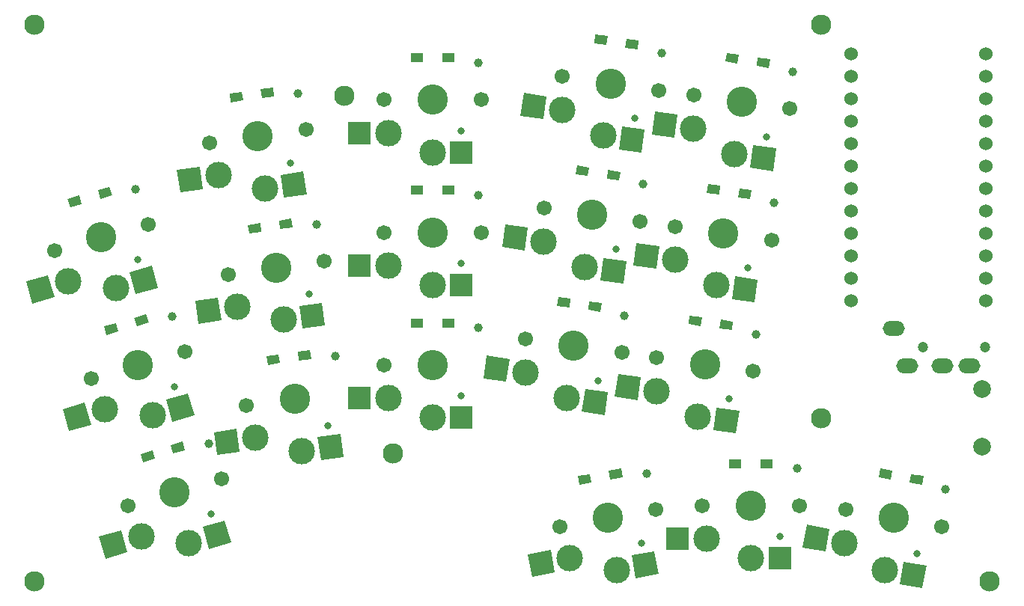
<source format=gbr>
G04 #@! TF.GenerationSoftware,KiCad,Pcbnew,(5.1.9)-1*
G04 #@! TF.CreationDate,2021-03-06T20:59:11-05:00*
G04 #@! TF.ProjectId,ya36,79613336-2e6b-4696-9361-645f70636258,rev?*
G04 #@! TF.SameCoordinates,Original*
G04 #@! TF.FileFunction,Soldermask,Bot*
G04 #@! TF.FilePolarity,Negative*
%FSLAX46Y46*%
G04 Gerber Fmt 4.6, Leading zero omitted, Abs format (unit mm)*
G04 Created by KiCad (PCBNEW (5.1.9)-1) date 2021-03-06 20:59:11*
%MOMM*%
%LPD*%
G01*
G04 APERTURE LIST*
%ADD10C,0.100000*%
%ADD11C,0.990600*%
%ADD12R,2.600000X2.600000*%
%ADD13C,3.000000*%
%ADD14C,3.429000*%
%ADD15C,1.701800*%
%ADD16C,0.800000*%
%ADD17R,1.400000X1.000000*%
%ADD18C,2.300000*%
%ADD19C,1.524000*%
%ADD20O,2.500000X1.700000*%
%ADD21C,1.200000*%
%ADD22C,2.000000*%
G04 APERTURE END LIST*
D10*
G36*
X102636929Y-83005502D02*
G01*
X102497756Y-83995770D01*
X101111381Y-83800928D01*
X101250554Y-82810660D01*
X102636929Y-83005502D01*
G37*
G36*
X106152381Y-83499566D02*
G01*
X106013208Y-84489834D01*
X104626833Y-84294992D01*
X104766006Y-83304724D01*
X106152381Y-83499566D01*
G37*
D11*
X92220000Y-86300000D03*
D12*
X78725000Y-94250000D03*
D13*
X87000000Y-96450000D03*
D14*
X87000000Y-90500000D03*
D13*
X82000000Y-94250000D03*
D12*
X90275000Y-96450000D03*
D15*
X81500000Y-90500000D03*
D16*
X90275000Y-94000000D03*
D10*
G36*
X119578547Y-70239077D02*
G01*
X119439374Y-71229345D01*
X118052999Y-71034503D01*
X118192172Y-70044235D01*
X119578547Y-70239077D01*
G37*
G36*
X123093999Y-70733141D02*
G01*
X122954826Y-71723409D01*
X121568451Y-71528567D01*
X121707624Y-70538299D01*
X123093999Y-70733141D01*
G37*
D16*
X75144119Y-97364167D03*
D15*
X65967411Y-95119473D03*
D10*
G36*
X74378670Y-101258598D02*
G01*
X74016819Y-98683901D01*
X76591516Y-98322050D01*
X76953367Y-100896747D01*
X74378670Y-101258598D01*
G37*
D13*
X66984444Y-98763392D03*
D14*
X71413885Y-94354021D03*
D13*
X72241965Y-100246116D03*
D10*
G36*
X62634893Y-100687458D02*
G01*
X62273042Y-98112761D01*
X64847739Y-97750910D01*
X65209590Y-100325607D01*
X62634893Y-100687458D01*
G37*
D11*
X75998557Y-89468412D03*
D17*
X85225000Y-70750000D03*
X88775000Y-70750000D03*
D18*
X42000000Y-115000000D03*
D17*
X85225000Y-55750000D03*
X88775000Y-55750000D03*
D18*
X131000000Y-52000000D03*
D10*
G36*
X55348446Y-100168610D02*
G01*
X55624083Y-101129872D01*
X54278316Y-101515764D01*
X54002679Y-100554502D01*
X55348446Y-100168610D01*
G37*
G36*
X58760926Y-99190098D02*
G01*
X59036563Y-100151360D01*
X57690796Y-100537252D01*
X57415159Y-99575990D01*
X58760926Y-99190098D01*
G37*
G36*
X139041404Y-102471816D02*
G01*
X138867755Y-103456624D01*
X137489024Y-103213516D01*
X137662673Y-102228708D01*
X139041404Y-102471816D01*
G37*
G36*
X142537472Y-103088268D02*
G01*
X142363823Y-104073076D01*
X140985092Y-103829968D01*
X141158741Y-102845160D01*
X142537472Y-103088268D01*
G37*
G36*
X104724526Y-68151482D02*
G01*
X104585353Y-69141750D01*
X103198978Y-68946908D01*
X103338151Y-67956640D01*
X104724526Y-68151482D01*
G37*
G36*
X108239978Y-68645546D02*
G01*
X108100805Y-69635814D01*
X106714430Y-69440972D01*
X106853603Y-68450704D01*
X108239978Y-68645546D01*
G37*
G36*
X67531090Y-74450702D02*
G01*
X67670263Y-75440970D01*
X66283888Y-75635812D01*
X66144715Y-74645544D01*
X67531090Y-74450702D01*
G37*
G36*
X71046542Y-73956638D02*
G01*
X71185715Y-74946906D01*
X69799340Y-75141748D01*
X69660167Y-74151480D01*
X71046542Y-73956638D01*
G37*
D18*
X150000000Y-115000000D03*
D17*
X121225000Y-101662426D03*
X124775000Y-101662426D03*
D18*
X131000000Y-96500000D03*
D10*
G36*
X69618687Y-89304724D02*
G01*
X69757860Y-90294992D01*
X68371485Y-90489834D01*
X68232312Y-89499566D01*
X69618687Y-89304724D01*
G37*
G36*
X73134139Y-88810660D02*
G01*
X73273312Y-89800928D01*
X71886937Y-89995770D01*
X71747764Y-89005502D01*
X73134139Y-88810660D01*
G37*
G36*
X104841259Y-102845160D02*
G01*
X105014908Y-103829968D01*
X103636177Y-104073076D01*
X103462528Y-103088268D01*
X104841259Y-102845160D01*
G37*
G36*
X108337327Y-102228708D02*
G01*
X108510976Y-103213516D01*
X107132245Y-103456624D01*
X106958596Y-102471816D01*
X108337327Y-102228708D01*
G37*
D17*
X85225000Y-85750000D03*
X88775000Y-85750000D03*
D10*
G36*
X117490950Y-85093098D02*
G01*
X117351777Y-86083366D01*
X115965402Y-85888524D01*
X116104575Y-84898256D01*
X117490950Y-85093098D01*
G37*
G36*
X121006402Y-85587162D02*
G01*
X120867229Y-86577430D01*
X119480854Y-86382588D01*
X119620027Y-85392320D01*
X121006402Y-85587162D01*
G37*
G36*
X121666143Y-55385057D02*
G01*
X121526970Y-56375325D01*
X120140595Y-56180483D01*
X120279768Y-55190215D01*
X121666143Y-55385057D01*
G37*
G36*
X125181595Y-55879121D02*
G01*
X125042422Y-56869389D01*
X123656047Y-56674547D01*
X123795220Y-55684279D01*
X125181595Y-55879121D01*
G37*
G36*
X47079325Y-71330759D02*
G01*
X47354962Y-72292021D01*
X46009195Y-72677913D01*
X45733558Y-71716651D01*
X47079325Y-71330759D01*
G37*
G36*
X50491805Y-70352247D02*
G01*
X50767442Y-71313509D01*
X49421675Y-71699401D01*
X49146038Y-70738139D01*
X50491805Y-70352247D01*
G37*
D18*
X42000000Y-52000000D03*
D10*
G36*
X51213886Y-85749684D02*
G01*
X51489523Y-86710946D01*
X50143756Y-87096838D01*
X49868119Y-86135576D01*
X51213886Y-85749684D01*
G37*
G36*
X54626366Y-84771172D02*
G01*
X54902003Y-85732434D01*
X53556236Y-86118326D01*
X53280599Y-85157064D01*
X54626366Y-84771172D01*
G37*
G36*
X65443494Y-59596682D02*
G01*
X65582667Y-60586950D01*
X64196292Y-60781792D01*
X64057119Y-59791524D01*
X65443494Y-59596682D01*
G37*
G36*
X68958946Y-59102618D02*
G01*
X69098119Y-60092886D01*
X67711744Y-60287728D01*
X67572571Y-59297460D01*
X68958946Y-59102618D01*
G37*
D11*
X108724535Y-84921379D03*
D10*
G36*
X92786168Y-92022292D02*
G01*
X93148019Y-89447595D01*
X95722716Y-89809446D01*
X95360865Y-92384143D01*
X92786168Y-92022292D01*
G37*
D13*
X102142729Y-94246116D03*
D14*
X102970809Y-88354021D03*
D13*
X97497570Y-91371661D03*
D10*
G36*
X103917583Y-95808331D02*
G01*
X104279434Y-93233634D01*
X106854131Y-93595485D01*
X106492280Y-96170182D01*
X103917583Y-95808331D01*
G37*
D15*
X108417283Y-89119473D03*
X97524335Y-87588569D03*
D16*
X105726831Y-92275751D03*
D18*
X82500000Y-100500000D03*
D11*
X57554448Y-85023873D03*
D10*
G36*
X45882227Y-97993598D02*
G01*
X45165570Y-95494317D01*
X47664851Y-94777660D01*
X48381508Y-97276941D01*
X45882227Y-97993598D01*
G37*
D13*
X55334381Y-96219506D03*
D14*
X53694339Y-90499999D03*
D13*
X49921671Y-95482917D03*
D10*
G36*
X57591201Y-96924763D02*
G01*
X56874544Y-94425482D01*
X59373825Y-93708825D01*
X60090482Y-96208106D01*
X57591201Y-96924763D01*
G37*
D15*
X58981278Y-88983994D03*
X48407400Y-92016004D03*
D16*
X57807202Y-92961703D03*
D11*
X53419887Y-70604948D03*
D10*
G36*
X41747666Y-83574673D02*
G01*
X41031009Y-81075392D01*
X43530290Y-80358735D01*
X44246947Y-82858016D01*
X41747666Y-83574673D01*
G37*
D13*
X51199820Y-81800581D03*
D14*
X49559778Y-76081074D03*
D13*
X45787110Y-81063992D03*
D10*
G36*
X53456640Y-82505838D02*
G01*
X52739983Y-80006557D01*
X55239264Y-79289900D01*
X55955921Y-81789181D01*
X53456640Y-82505838D01*
G37*
D15*
X54846717Y-74565069D03*
X44272839Y-77597079D03*
D16*
X53672641Y-78542778D03*
D11*
X71823364Y-59760370D03*
D10*
G36*
X58459700Y-70979416D02*
G01*
X58097849Y-68404719D01*
X60672546Y-68042868D01*
X61034397Y-70617565D01*
X58459700Y-70979416D01*
G37*
D13*
X68066772Y-70538074D03*
D14*
X67238692Y-64645979D03*
D13*
X62809251Y-69055350D03*
D10*
G36*
X70203477Y-71550556D02*
G01*
X69841626Y-68975859D01*
X72416323Y-68614008D01*
X72778174Y-71188705D01*
X70203477Y-71550556D01*
G37*
D15*
X72685166Y-63880527D03*
X61792218Y-65411431D03*
D16*
X70968926Y-67656125D03*
D11*
X73910960Y-74614390D03*
D10*
G36*
X60547296Y-85833436D02*
G01*
X60185445Y-83258739D01*
X62760142Y-82896888D01*
X63121993Y-85471585D01*
X60547296Y-85833436D01*
G37*
D13*
X70154368Y-85392094D03*
D14*
X69326288Y-79499999D03*
D13*
X64896847Y-83909370D03*
D10*
G36*
X72291073Y-86404576D02*
G01*
X71929222Y-83829879D01*
X74503919Y-83468028D01*
X74865770Y-86042725D01*
X72291073Y-86404576D01*
G37*
D15*
X74772762Y-78734547D03*
X63879814Y-80265451D03*
D16*
X73056522Y-82510145D03*
D11*
X112899728Y-55213337D03*
D10*
G36*
X96961361Y-62314250D02*
G01*
X97323212Y-59739553D01*
X99897909Y-60101404D01*
X99536058Y-62676101D01*
X96961361Y-62314250D01*
G37*
D13*
X106317922Y-64538074D03*
D14*
X107146002Y-58645979D03*
D13*
X101672763Y-61663619D03*
D10*
G36*
X108092776Y-66100289D02*
G01*
X108454627Y-63525592D01*
X111029324Y-63887443D01*
X110667473Y-66462140D01*
X108092776Y-66100289D01*
G37*
D15*
X112592476Y-59411431D03*
X101699528Y-57880527D03*
D16*
X109902024Y-62567709D03*
D10*
G36*
X106812122Y-53297460D02*
G01*
X106672949Y-54287728D01*
X105286574Y-54092886D01*
X105425747Y-53102618D01*
X106812122Y-53297460D01*
G37*
G36*
X110327574Y-53791524D02*
G01*
X110188401Y-54781792D01*
X108802026Y-54586950D01*
X108941199Y-53596682D01*
X110327574Y-53791524D01*
G37*
D19*
X134391400Y-55272000D03*
X134391400Y-57812000D03*
X134391400Y-60352000D03*
X134391400Y-62892000D03*
X134391400Y-65432000D03*
X134391400Y-67972000D03*
X134391400Y-70512000D03*
X134391400Y-73052000D03*
X134391400Y-75592000D03*
X134391400Y-78132000D03*
X134391400Y-80672000D03*
X134391400Y-83212000D03*
X149611400Y-83212000D03*
X149611400Y-80672000D03*
X149611400Y-78132000D03*
X149611400Y-75592000D03*
X149611400Y-73052000D03*
X149611400Y-70512000D03*
X149611400Y-67972000D03*
X149611400Y-65432000D03*
X149611400Y-62892000D03*
X149611400Y-60352000D03*
X149611400Y-57812000D03*
X149611400Y-55272000D03*
D11*
X92220000Y-71300000D03*
D12*
X78725000Y-79250000D03*
D13*
X87000000Y-81450000D03*
D14*
X87000000Y-75500000D03*
D13*
X82000000Y-79250000D03*
D12*
X90275000Y-81450000D03*
D15*
X92500000Y-75500000D03*
X81500000Y-75500000D03*
D16*
X90275000Y-79000000D03*
D18*
X77000000Y-60000000D03*
D20*
X139200000Y-86400000D03*
X140700000Y-90600000D03*
X144700000Y-90600000D03*
X147700000Y-90600000D03*
D21*
X142500000Y-88500000D03*
X149500000Y-88500000D03*
D22*
X149150000Y-93250000D03*
X149150000Y-99750000D03*
D11*
X110812132Y-70067359D03*
D10*
G36*
X94873765Y-77168272D02*
G01*
X95235616Y-74593575D01*
X97810313Y-74955426D01*
X97448462Y-77530123D01*
X94873765Y-77168272D01*
G37*
D13*
X104230326Y-79392096D03*
D14*
X105058406Y-73500001D03*
D13*
X99585167Y-76517641D03*
D10*
G36*
X106005180Y-80954311D02*
G01*
X106367031Y-78379614D01*
X108941728Y-78741465D01*
X108579877Y-81316162D01*
X106005180Y-80954311D01*
G37*
D15*
X110504880Y-74265453D03*
X99611932Y-72734549D03*
D16*
X107814428Y-77421731D03*
D11*
X127753749Y-57300934D03*
D10*
G36*
X111815382Y-64401847D02*
G01*
X112177233Y-61827150D01*
X114751930Y-62189001D01*
X114390079Y-64763698D01*
X111815382Y-64401847D01*
G37*
D13*
X121171943Y-66625671D03*
D14*
X122000023Y-60733576D03*
D13*
X116526784Y-63751216D03*
D10*
G36*
X122946797Y-68187886D02*
G01*
X123308648Y-65613189D01*
X125883345Y-65975040D01*
X125521494Y-68549737D01*
X122946797Y-68187886D01*
G37*
D15*
X127446497Y-61499028D03*
X116553549Y-59968124D03*
D16*
X124756045Y-64655306D03*
D11*
X125666153Y-72154954D03*
D10*
G36*
X109727786Y-79255867D02*
G01*
X110089637Y-76681170D01*
X112664334Y-77043021D01*
X112302483Y-79617718D01*
X109727786Y-79255867D01*
G37*
D13*
X119084347Y-81479691D03*
D14*
X119912427Y-75587596D03*
D13*
X114439188Y-78605236D03*
D10*
G36*
X120859201Y-83041906D02*
G01*
X121221052Y-80467209D01*
X123795749Y-80829060D01*
X123433898Y-83403757D01*
X120859201Y-83041906D01*
G37*
D15*
X125358901Y-76353048D03*
X114465953Y-74822144D03*
D16*
X122668449Y-79509326D03*
D11*
X92220000Y-56300000D03*
D12*
X78725000Y-64250000D03*
D13*
X87000000Y-66450000D03*
D14*
X87000000Y-60500000D03*
D13*
X82000000Y-64250000D03*
D12*
X90275000Y-66450000D03*
D15*
X92500000Y-60500000D03*
X81500000Y-60500000D03*
D16*
X90275000Y-64000000D03*
D11*
X61689008Y-99442799D03*
D10*
G36*
X50016787Y-112412524D02*
G01*
X49300130Y-109913243D01*
X51799411Y-109196586D01*
X52516068Y-111695867D01*
X50016787Y-112412524D01*
G37*
D13*
X59468941Y-110638432D03*
D14*
X57828899Y-104918925D03*
D13*
X54056231Y-109901843D03*
D10*
G36*
X61725761Y-111343689D02*
G01*
X61009104Y-108844408D01*
X63508385Y-108127751D01*
X64225042Y-110627032D01*
X61725761Y-111343689D01*
G37*
D15*
X63115838Y-103402920D03*
X52541960Y-106434930D03*
D16*
X61941762Y-107380629D03*
D11*
X111222955Y-102786093D03*
D10*
G36*
X98258971Y-114464690D02*
G01*
X97807485Y-111904190D01*
X100367985Y-111452704D01*
X100819471Y-114013204D01*
X98258971Y-114464690D01*
G37*
D13*
X107844788Y-113688335D03*
D14*
X106811581Y-107828729D03*
D13*
X102538723Y-112389999D03*
D10*
G36*
X110015526Y-114625630D02*
G01*
X109564040Y-112065130D01*
X112124540Y-111613644D01*
X112576026Y-114174144D01*
X110015526Y-114625630D01*
G37*
D15*
X112228024Y-106873664D03*
X101395138Y-108783794D03*
D16*
X110644595Y-110706858D03*
D11*
X123578556Y-87008975D03*
D10*
G36*
X107640189Y-94109888D02*
G01*
X108002040Y-91535191D01*
X110576737Y-91897042D01*
X110214886Y-94471739D01*
X107640189Y-94109888D01*
G37*
D13*
X116996750Y-96333712D03*
D14*
X117824830Y-90441617D03*
D13*
X112351591Y-93459257D03*
D10*
G36*
X118771604Y-97895927D02*
G01*
X119133455Y-95321230D01*
X121708152Y-95683081D01*
X121346301Y-98257778D01*
X118771604Y-97895927D01*
G37*
D15*
X123271304Y-91207069D03*
X112378356Y-89676165D03*
D16*
X120580852Y-94363347D03*
D11*
X128220000Y-102212426D03*
D12*
X114725000Y-110162426D03*
D13*
X123000000Y-112362426D03*
D14*
X123000000Y-106412426D03*
D13*
X118000000Y-110162426D03*
D12*
X126275000Y-112362426D03*
D15*
X128500000Y-106412426D03*
X117500000Y-106412426D03*
D16*
X126275000Y-109912426D03*
D11*
X145058439Y-104598980D03*
D10*
G36*
X128881962Y-111139326D02*
G01*
X129333448Y-108578826D01*
X131893948Y-109030312D01*
X131442462Y-111590812D01*
X128881962Y-111139326D01*
G37*
D13*
X138155213Y-113688335D03*
D14*
X139188420Y-107828729D03*
D13*
X133613201Y-110653517D03*
D10*
G36*
X139874466Y-115311540D02*
G01*
X140325952Y-112751040D01*
X142886452Y-113202526D01*
X142434966Y-115763026D01*
X139874466Y-115311540D01*
G37*
D15*
X144604863Y-108783794D03*
X133771977Y-106873664D03*
D16*
X141805897Y-111844254D03*
M02*

</source>
